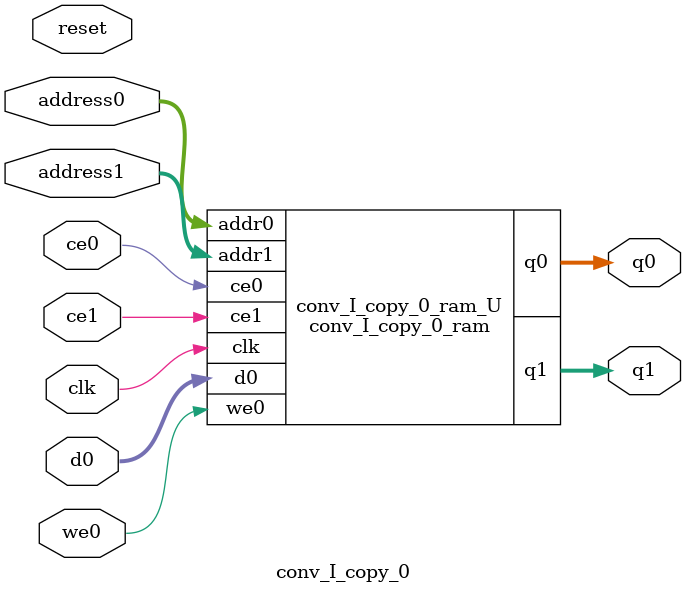
<source format=v>

`timescale 1 ns / 1 ps
module conv_I_copy_0_ram (addr0, ce0, d0, we0, q0, addr1, ce1, q1,  clk);

parameter DWIDTH = 32;
parameter AWIDTH = 3;
parameter MEM_SIZE = 5;

input[AWIDTH-1:0] addr0;
input ce0;
input[DWIDTH-1:0] d0;
input we0;
output reg[DWIDTH-1:0] q0;
input[AWIDTH-1:0] addr1;
input ce1;
output reg[DWIDTH-1:0] q1;
input clk;

(* ram_style = "distributed" *)reg [DWIDTH-1:0] ram[MEM_SIZE-1:0];




always @(posedge clk)  
begin 
    if (ce0) 
    begin
        if (we0) 
        begin 
            ram[addr0] <= d0; 
            q0 <= d0;
        end 
        else 
            q0 <= ram[addr0];
    end
end


always @(posedge clk)  
begin 
    if (ce1) 
    begin
            q1 <= ram[addr1];
    end
end


endmodule


`timescale 1 ns / 1 ps
module conv_I_copy_0(
    reset,
    clk,
    address0,
    ce0,
    we0,
    d0,
    q0,
    address1,
    ce1,
    q1);

parameter DataWidth = 32'd32;
parameter AddressRange = 32'd5;
parameter AddressWidth = 32'd3;
input reset;
input clk;
input[AddressWidth - 1:0] address0;
input ce0;
input we0;
input[DataWidth - 1:0] d0;
output[DataWidth - 1:0] q0;
input[AddressWidth - 1:0] address1;
input ce1;
output[DataWidth - 1:0] q1;




conv_I_copy_0_ram conv_I_copy_0_ram_U(
    .clk( clk ),
    .addr0( address0 ),
    .ce0( ce0 ),
    .d0( d0 ),
    .we0( we0 ),
    .q0( q0 ),
    .addr1( address1 ),
    .ce1( ce1 ),
    .q1( q1 ));

endmodule


</source>
